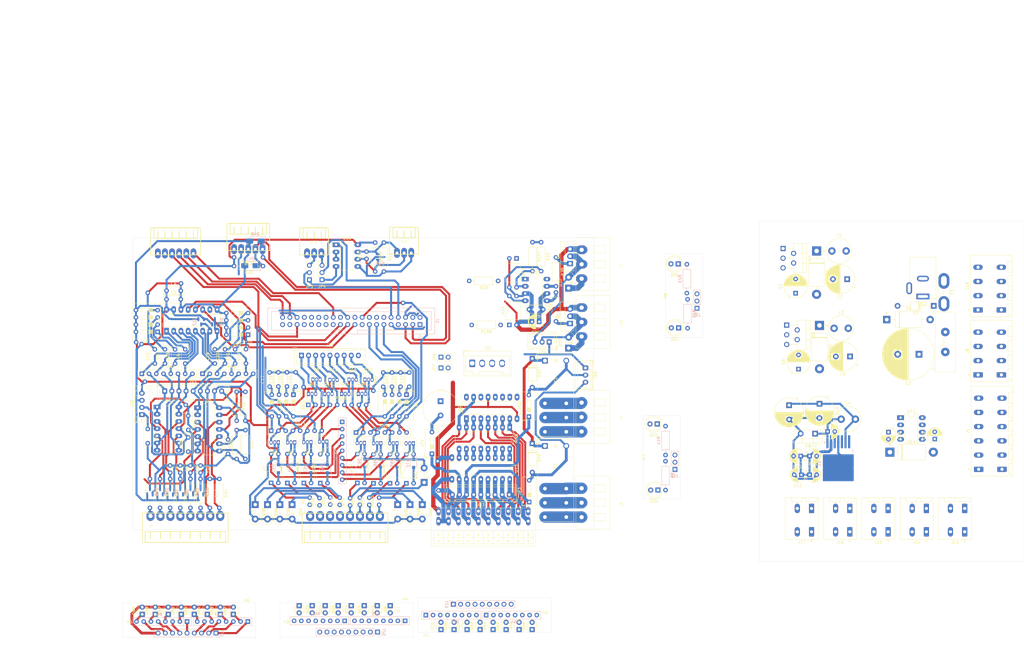
<source format=kicad_pcb>
(kicad_pcb
	(version 20240108)
	(generator "pcbnew")
	(generator_version "8.0")
	(general
		(thickness 1.6)
		(legacy_teardrops no)
	)
	(paper "A3")
	(layers
		(0 "F.Cu" signal)
		(31 "B.Cu" signal)
		(32 "B.Adhes" user "B.Adhesive")
		(33 "F.Adhes" user "F.Adhesive")
		(34 "B.Paste" user)
		(35 "F.Paste" user)
		(36 "B.SilkS" user "B.Silkscreen")
		(37 "F.SilkS" user "F.Silkscreen")
		(38 "B.Mask" user)
		(39 "F.Mask" user)
		(40 "Dwgs.User" user "User.Drawings")
		(41 "Cmts.User" user "User.Comments")
		(42 "Eco1.User" user "User.Eco1")
		(43 "Eco2.User" user "User.Eco2")
		(44 "Edge.Cuts" user)
		(45 "Margin" user)
		(46 "B.CrtYd" user "B.Courtyard")
		(47 "F.CrtYd" user "F.Courtyard")
		(48 "B.Fab" user)
		(49 "F.Fab" user)
		(50 "User.1" user)
		(51 "User.2" user)
		(52 "User.3" user)
		(53 "User.4" user)
		(54 "User.5" user)
		(55 "User.6" user)
		(56 "User.7" user)
		(57 "User.8" user)
		(58 "User.9" user)
	)
	(setup
		(pad_to_mask_clearance 0)
		(allow_soldermask_bridges_in_footprints no)
		(pcbplotparams
			(layerselection 0x00010fc_ffffffff)
			(plot_on_all_layers_selection 0x0000000_00000000)
			(disableapertmacros no)
			(usegerberextensions no)
			(usegerberattributes yes)
			(usegerberadvancedattributes yes)
			(creategerberjobfile yes)
			(dashed_line_dash_ratio 12.000000)
			(dashed_line_gap_ratio 3.000000)
			(svgprecision 4)
			(plotframeref no)
			(viasonmask no)
			(mode 1)
			(useauxorigin no)
			(hpglpennumber 1)
			(hpglpenspeed 20)
			(hpglpendiameter 15.000000)
			(pdf_front_fp_property_popups yes)
			(pdf_back_fp_property_popups yes)
			(dxfpolygonmode yes)
			(dxfimperialunits yes)
			(dxfusepcbnewfont yes)
			(psnegative no)
			(psa4output no)
			(plotreference yes)
			(plotvalue yes)
			(plotfptext yes)
			(plotinvisibletext no)
			(sketchpadsonfab no)
			(subtractmaskfromsilk no)
			(outputformat 1)
			(mirror no)
			(drillshape 1)
			(scaleselection 1)
			(outputdirectory "")
		)
	)
	(net 0 "")
	(net 1 "+5V")
	(net 2 "/Buzzer")
	(net 3 "+24V filtered")
	(net 4 "GND")
	(net 5 "+3V3")
	(net 6 "/ADC_CH3")
	(net 7 "/ADC_CH1")
	(net 8 "+12V")
	(net 9 "Net-(D6-K)")
	(net 10 "Net-(U1-BOOT)")
	(net 11 "/Dig-IN_1")
	(net 12 "Net-(U11-CAP+)")
	(net 13 "Net-(D14-K)")
	(net 14 "-5V")
	(net 15 "/ADC_CH5")
	(net 16 "/ADC_CH6")
	(net 17 "/ADC_CH0")
	(net 18 "/ADC_CH2")
	(net 19 "/ADC_CH7")
	(net 20 "/ADC_CH4")
	(net 21 "/Dig-IN_2")
	(net 22 "/Dig-IN_3")
	(net 23 "/Dig-IN_4")
	(net 24 "/Dig-IN_5")
	(net 25 "/Dig-IN_6")
	(net 26 "/Dig-IN_7")
	(net 27 "/Dig-IN_8")
	(net 28 "Net-(D1-K)")
	(net 29 "Net-(D2-K)")
	(net 30 "Net-(D5-K)")
	(net 31 "OUT_Digital_1_open-drain")
	(net 32 "Net-(U3C-+)")
	(net 33 "Net-(U3D-+)")
	(net 34 "IN_Analog_6 (0-20mA)")
	(net 35 "IN_Analog_7 (0-20mA)")
	(net 36 "Net-(U9B-+)")
	(net 37 "/OUT_PWM_1_diode")
	(net 38 "/OUT_PWM_2_diode")
	(net 39 "Net-(D34-A)")
	(net 40 "Net-(U9A-+)")
	(net 41 "OUT_Digital_2_open-drain")
	(net 42 "OUT_Digital_3_open-drain")
	(net 43 "OUT_Digital_4_open-drain")
	(net 44 "OUT_Digital_5_open-drain")
	(net 45 "Net-(U3A-+)")
	(net 46 "I2C_SDA")
	(net 47 "RS485_B")
	(net 48 "RS485_A")
	(net 49 "Net-(D50-A1)")
	(net 50 "Net-(D51-A)")
	(net 51 "Net-(D53-A1)")
	(net 52 "Net-(D54-A)")
	(net 53 "Net-(D56-A1)")
	(net 54 "Net-(D57-A)")
	(net 55 "Net-(D59-A1)")
	(net 56 "Net-(D60-A)")
	(net 57 "Net-(D62-A1)")
	(net 58 "Net-(D63-A)")
	(net 59 "Net-(D65-A1)")
	(net 60 "Net-(D66-A)")
	(net 61 "Net-(D68-A1)")
	(net 62 "Net-(D69-A)")
	(net 63 "Net-(D71-A1)")
	(net 64 "Net-(D72-A)")
	(net 65 "+BATT")
	(net 66 "unconnected-(J1-ID_SD{slash}GPIO0-Pad27)")
	(net 67 "/SPI_CE0_ADC")
	(net 68 "Net-(J1-3V3-Pad1)")
	(net 69 "/SPI0_miso_ADC")
	(net 70 "/UART_DIR-T")
	(net 71 "/SPI0_mosi_ADC")
	(net 72 "/SPI0_sclk_ADC")
	(net 73 "/UART_TX")
	(net 74 "/SPI1_miso_FREE")
	(net 75 "/SR-OUT_latch")
	(net 76 "/SPI1_mosi_FREE")
	(net 77 "/SR-OUT_clock")
	(net 78 "/SR-OUT_data")
	(net 79 "unconnected-(J1-ID_SC{slash}GPIO1-Pad28)")
	(net 80 "/SPI1_CE_FREE")
	(net 81 "/UART_RX")
	(net 82 "/OUT_PWM_2")
	(net 83 "/SPI1_sclk_FREE")
	(net 84 "/OUT_PWM_1")
	(net 85 "IN_Digital_8")
	(net 86 "IN_Digital_5")
	(net 87 "IN_Digital_2")
	(net 88 "IN_Digital_3")
	(net 89 "IN_Digital_4")
	(net 90 "IN_Digital_6")
	(net 91 "IN_Digital_7")
	(net 92 "IN_Digital_1")
	(net 93 "OUT_Digital_8")
	(net 94 "OUT_Digital_7_open-drain")
	(net 95 "OUT_Digital_2")
	(net 96 "OUT_Digital_4")
	(net 97 "OUT_Digital_5")
	(net 98 "OUT_Digital_6")
	(net 99 "OUT_Digital_3")
	(net 100 "OUT_Digital_7")
	(net 101 "OUT_Digital_8_open-drain")
	(net 102 "OUT_Digital_1")
	(net 103 "OUT_Digital_6_open-drain")
	(net 104 "Net-(J4-Pin_1)")
	(net 105 "Net-(J4-Pin_2)")
	(net 106 "Net-(J4-Pin_3)")
	(net 107 "OUT_Digital_COM_open-drain")
	(net 108 "Net-(J6-Pin_1)")
	(net 109 "Net-(J6-Pin_3)")
	(net 110 "Net-(J6-Pin_2)")
	(net 111 "IN_Analog_1 (0-3.3V)")
	(net 112 "IN_Analog_5 (0-24V)")
	(net 113 "IN_Analog_4 (0-12V)")
	(net 114 "IN_Analog_2 (0-5V)")
	(net 115 "IN_Analog_0 (0-3.3V)")
	(net 116 "IN_Analog_3 (0-5V)")
	(net 117 "Net-(Q1-G)")
	(net 118 "Net-(Q2-G)")
	(net 119 "Net-(Q2-D)")
	(net 120 "Net-(Q5-G)")
	(net 121 "Net-(C17-Pad1)")
	(net 122 "Net-(Q7-G)")
	(net 123 "Net-(Q7-D)")
	(net 124 "Net-(C29-Pad1)")
	(net 125 "Net-(Q9-G)")
	(net 126 "Net-(C30-Pad1)")
	(net 127 "Net-(Q10-G)")
	(net 128 "Net-(Q11-D)")
	(net 129 "Net-(Q11-G)")
	(net 130 "Net-(C31-Pad1)")
	(net 131 "Net-(Q13-G)")
	(net 132 "Net-(Q13-D)")
	(net 133 "Net-(C32-Pad1)")
	(net 134 "Net-(Q15-D)")
	(net 135 "Net-(Q15-G)")
	(net 136 "Net-(C33-Pad1)")
	(net 137 "Net-(Q17-G)")
	(net 138 "Net-(Q17-D)")
	(net 139 "Net-(C34-Pad1)")
	(net 140 "Net-(Q19-D)")
	(net 141 "Net-(Q19-G)")
	(net 142 "Net-(C35-Pad1)")
	(net 143 "Net-(U9C--)")
	(net 144 "Net-(U12-~{OUTA})")
	(net 145 "Net-(U12-~{OUTB})")
	(net 146 "Net-(U12-INB)")
	(net 147 "Net-(R33-Pad1)")
	(net 148 "Net-(U9D--)")
	(net 149 "Net-(U12-INA)")
	(net 150 "Net-(R108-Pad1)")
	(net 151 "unconnected-(U1-EN-Pad7)")
	(net 152 "unconnected-(U1-NC-Pad5)")
	(net 153 "unconnected-(U2-QH'-Pad9)")
	(net 154 "unconnected-(U11-OSC-Pad7)")
	(net 155 "unconnected-(U11-NC-Pad1)")
	(net 156 "unconnected-(U12-NC-Pad8)")
	(net 157 "unconnected-(U12-NC-Pad1)")
	(net 158 "Net-(U3B-+)")
	(net 159 "Net-(D45-K)")
	(net 160 "/LED_analog-CH6")
	(net 161 "/LED_analog-CH2")
	(net 162 "/LED_analog-CH7")
	(net 163 "/LED_analog-CH5")
	(net 164 "/LED_analog-CH0")
	(net 165 "/LED_analog-CH1")
	(net 166 "/LED_analog-CH3")
	(net 167 "/LED_analog-CH4")
	(net 168 "Net-(D10-K)")
	(net 169 "Net-(D7-A)")
	(net 170 "Net-(D8-A)")
	(net 171 "Net-(D10-A)")
	(net 172 "Net-(D15-A)")
	(net 173 "Net-(D17-A)")
	(net 174 "Net-(D23-A)")
	(net 175 "Net-(D26-A)")
	(net 176 "Net-(D27-A)")
	(net 177 "Net-(D82-K)")
	(net 178 "Net-(D82-A)")
	(net 179 "Net-(D83-K)")
	(net 180 "Net-(D84-K)")
	(net 181 "Net-(D85-K)")
	(net 182 "Net-(D86-K)")
	(net 183 "Net-(D87-K)")
	(net 184 "Net-(D88-K)")
	(net 185 "Net-(D89-K)")
	(net 186 "Net-(J25-Pin_8)")
	(net 187 "Net-(J25-Pin_5)")
	(net 188 "Net-(J25-Pin_7)")
	(net 189 "Net-(J25-Pin_2)")
	(net 190 "Net-(J25-Pin_6)")
	(net 191 "Net-(J25-Pin_1)")
	(net 192 "Net-(J25-Pin_4)")
	(net 193 "Net-(J25-Pin_3)")
	(net 194 "Net-(J27-Pin_4)")
	(net 195 "Net-(J27-Pin_8)")
	(net 196 "Net-(J27-Pin_1)")
	(net 197 "Net-(J27-Pin_5)")
	(net 198 "Net-(J27-Pin_6)")
	(net 199 "Net-(J27-Pin_7)")
	(net 200 "Net-(J27-Pin_3)")
	(net 201 "Net-(J27-Pin_2)")
	(net 202 "Net-(D20-A)")
	(net 203 "Net-(D20-K)")
	(net 204 "Net-(D30-K)")
	(net 205 "Net-(D37-K)")
	(net 206 "Net-(D40-K)")
	(net 207 "Net-(D41-K)")
	(net 208 "Net-(D42-K)")
	(net 209 "Net-(D43-K)")
	(net 210 "Net-(D44-K)")
	(net 211 "/LED_digital-out_2")
	(net 212 "/LED_digital-out_8")
	(net 213 "/LED_digital-out_6")
	(net 214 "/LED_digital-out_5")
	(net 215 "/LED_digital-out_4")
	(net 216 "/LED_digital-out_7")
	(net 217 "/LED_digital-out_1")
	(net 218 "/LED_digital-out_3")
	(net 219 "Net-(J23-Pin_1)")
	(net 220 "Net-(J23-Pin_5)")
	(net 221 "Net-(J23-Pin_3)")
	(net 222 "Net-(J23-Pin_2)")
	(net 223 "Net-(J23-Pin_8)")
	(net 224 "Net-(J23-Pin_7)")
	(net 225 "Net-(J23-Pin_4)")
	(net 226 "Net-(J23-Pin_6)")
	(net 227 "/LED_relay-1")
	(net 228 "/LED_PWM-1")
	(net 229 "/LED_PWM-2")
	(net 230 "Net-(D34-K)")
	(net 231 "/LED_relay-2")
	(net 232 "Net-(D52-K)")
	(net 233 "Net-(D52-A)")
	(net 234 "Net-(D55-K)")
	(net 235 "Net-(J30-Pin_3)")
	(net 236 "Net-(J30-Pin_2)")
	(net 237 "Net-(J31-Pin_3)")
	(net 238 "Net-(J31-Pin_2)")
	(net 239 "Net-(RN9-R2.2)")
	(net 240 "Net-(RN9-R8.2)")
	(net 241 "Net-(RN9-R7.2)")
	(net 242 "Net-(RN9-R5.2)")
	(net 243 "Net-(RN9-R1.2)")
	(net 244 "Net-(RN9-R6.2)")
	(net 245 "Net-(RN9-R3.2)")
	(net 246 "Net-(RN9-R4.2)")
	(net 247 "/DIP_EN-Filter-ADC3")
	(net 248 "/DIP_EN-Filter-ADC1")
	(net 249 "/DIP_EN-Filter-ADC5")
	(net 250 "/DIP_EN-Filter-ADC6")
	(net 251 "/DIP_EN-Filter-ADC0")
	(net 252 "/DIP_EN-Filter-ADC2")
	(net 253 "/DIP_EN-Filter-ADC7")
	(net 254 "/DIP_EN-Filter-ADC4")
	(net 255 "unconnected-(J3-Pin_6-Pad6)")
	(net 256 "unconnected-(J3-Pin_5-Pad5)")
	(net 257 "unconnected-(J19-Pin_4-Pad4)")
	(net 258 "unconnected-(J19-Pin_5-Pad5)")
	(net 259 "I2C_SCL")
	(net 260 "Net-(J10-Pin_2)")
	(net 261 "Net-(J10-Pin_1)")
	(net 262 "Net-(JP4-A)")
	(net 263 "Net-(JP5-A)")
	(net 264 "GNDPWR")
	(net 265 "Net-(JP6-A)")
	(footprint "Capacitor_THT:CP_Radial_D10.0mm_P5.00mm" (layer "F.Cu") (at 321.366277 144.0434 180))
	(footprint "Connector_JST:JST_XH_B9B-XH-A_1x09_P2.50mm_Vertical" (layer "F.Cu") (at 128.664 143.68515))
	(footprint "Resistor_THT:R_Axial_DIN0207_L6.3mm_D2.5mm_P2.54mm_Vertical" (layer "F.Cu") (at 151.511 109.728 90))
	(footprint "Button_Switch_THT:SW_DIP_SPSTx04_Slide_9.78x12.34mm_W7.62mm_P2.54mm" (layer "F.Cu") (at 78.1495 135.389 180))
	(footprint "Package_TO_SOT_THT:TO-92_Inline" (layer "F.Cu") (at 131.1235 157.21105))
	(footprint "Package_DIP:DIP-4_W10.16mm" (layer "F.Cu") (at 201.671 132.969 90))
	(footprint "Button_Switch_THT:SW_DIP_SPSTx01_Slide_9.78x4.72mm_W7.62mm_P2.54mm" (layer "F.Cu") (at 174.498 178.2655 90))
	(footprint "Capacitor_THT:CP_Radial_D5.0mm_P2.50mm" (layer "F.Cu") (at 212.152113 131.826 180))
	(footprint "Relay_THT:Relay_SPDT_Omron_G2RL-1-E" (layer "F.Cu") (at 214.182 145.522))
	(footprint "Resistor_THT:R_Axial_DIN0207_L6.3mm_D2.5mm_P10.16mm_Horizontal" (layer "F.Cu") (at 99.822 187.0877 -90))
	(footprint "LED_THT:LED_D3.0mm_IRGrey" (layer "F.Cu") (at 91.02905 234.6843 90))
	(footprint "LED_THT:LED_D3.0mm_IRGrey" (layer "F.Cu") (at 127.85905 231.6313 -90))
	(footprint "Capacitor_THT:CP_Radial_D8.0mm_P5.00mm" (layer "F.Cu") (at 302.2346 121.808051 90))
	(footprint "Diode_THT:D_DO-201AD_P15.24mm_Horizontal" (layer "F.Cu") (at 310.6166 133.1214 -90))
	(footprint "Package_DIP:DIP-8_W7.62mm_LongPads"
		(layer "F.Cu")
		(uuid "0a190fd7-2dbf-4d42-bf26-6ca23693d527")
		(at 140.828 104.785)
		(descr "8-lead though-hole mounted DIP package, row spacing 7.62 mm (300 mils), LongPads")
		(tags "THT DIP DIL PDIP 2.54mm 7.62mm 300mil LongPads")
		(property "Reference" "U16"
			(at 3.81 -2.33 0)
			(layer "F.SilkS")
			(uuid "774d4eee-02fd-40fc-9307-dc87ff5b3d17")
			(effects
				(font
					(size 1 1)
					(thickness 0.15)
				)
			)
		)
		(property "Value" "MAX3483"
			(at 3.81 9.95 0)
			(layer "F.Fab")
			(uuid "0a8e769d-8d10-463f-b6d0-98d39dfd4189")
			(effects
				(font
					(size 1 1)
					(thickness 0.15)
				)
			)
		)
		(pr
... [1957894 chars truncated]
</source>
